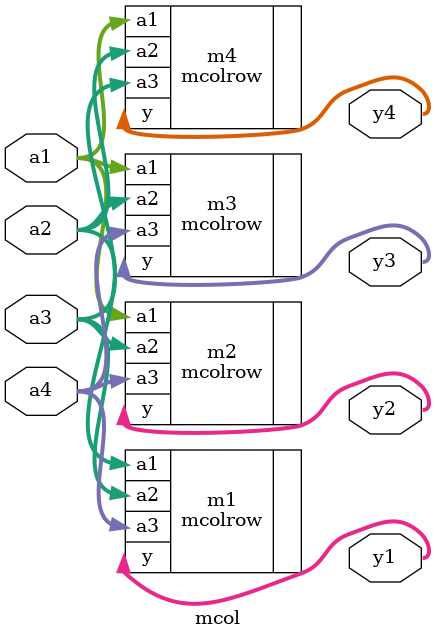
<source format=v>
module  mcol  ( a1, a2, a3, a4, y1, y2, y3, y4 ) ;


input   [5:0]  a1 ;  // 5-bit input
input   [5:0]  a2 ;  // 5-bit input
input   [5:0]  a3 ;  // 5-bit input
input   [5:0]  a4 ;  // 5-bit input

output  [5:0]  y1 ;  // 5-bit yput
output  [5:0]  y2 ;  // 5-bit yput
output  [5:0]  y3 ;  // 5-bit yput
output  [5:0]  y4 ;  // 5-bit yput

mcolrow m1(.a1(a2), .a2(a3), .a3(a4), .y(y1));
mcolrow m2(.a1(a1), .a2(a3), .a3(a4), .y(y2));
mcolrow m3(.a1(a1), .a2(a2), .a3(a4), .y(y3));
mcolrow m4(.a1(a1), .a2(a2), .a3(a3), .y(y4));

endmodule

</source>
